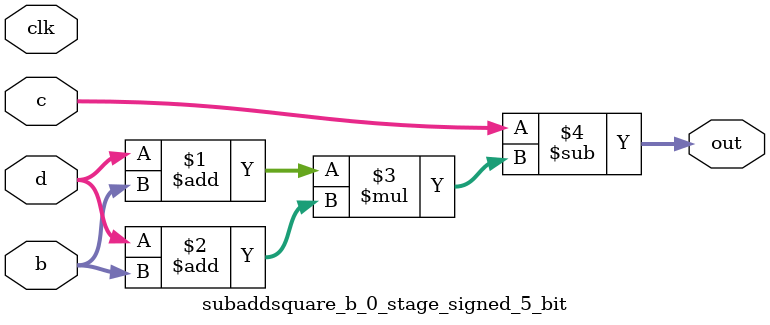
<source format=sv>
(* use_dsp = "yes" *) module subaddsquare_b_0_stage_signed_5_bit(
	input signed [4:0] b,
	input signed [4:0] c,
	input signed [4:0] d,
	output [4:0] out,
	input clk);

	assign out = c - ((d + b) * (d + b));
endmodule

</source>
